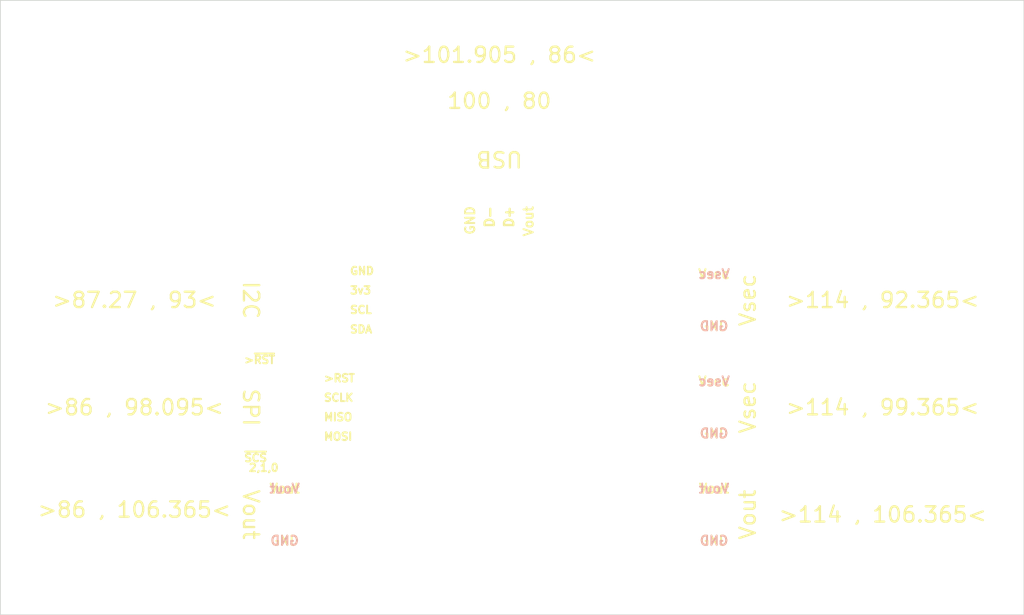
<source format=kicad_pcb>
(kicad_pcb (version 20211014) (generator pcbnew)

  (general
    (thickness 1.6)
  )

  (paper "A4")
  (title_block
    (title "Prototype Board")
    (rev "0.2.2")
    (company "The Nerd Mage")
  )

  (layers
    (0 "F.Cu" signal)
    (31 "B.Cu" signal)
    (32 "B.Adhes" user "B.Adhesive")
    (33 "F.Adhes" user "F.Adhesive")
    (34 "B.Paste" user)
    (35 "F.Paste" user)
    (36 "B.SilkS" user "B.Silkscreen")
    (37 "F.SilkS" user "F.Silkscreen")
    (38 "B.Mask" user)
    (39 "F.Mask" user)
    (40 "Dwgs.User" user "User.Drawings")
    (41 "Cmts.User" user "User.Comments")
    (42 "Eco1.User" user "User.Eco1")
    (43 "Eco2.User" user "User.Eco2")
    (44 "Edge.Cuts" user)
    (45 "Margin" user)
    (46 "B.CrtYd" user "B.Courtyard")
    (47 "F.CrtYd" user "F.Courtyard")
    (48 "B.Fab" user)
    (49 "F.Fab" user)
    (50 "User.1" user)
    (51 "User.2" user)
    (52 "User.3" user)
    (53 "User.4" user)
    (54 "User.5" user)
    (55 "User.6" user)
    (56 "User.7" user)
    (57 "User.8" user)
    (58 "User.9" user)
  )

  (setup
    (stackup
      (layer "F.SilkS" (type "Top Silk Screen"))
      (layer "F.Paste" (type "Top Solder Paste"))
      (layer "F.Mask" (type "Top Solder Mask") (thickness 0.01))
      (layer "F.Cu" (type "copper") (thickness 0.035))
      (layer "dielectric 1" (type "core") (thickness 1.51) (material "FR4") (epsilon_r 4.5) (loss_tangent 0.02))
      (layer "B.Cu" (type "copper") (thickness 0.035))
      (layer "B.Mask" (type "Bottom Solder Mask") (thickness 0.01))
      (layer "B.Paste" (type "Bottom Solder Paste"))
      (layer "B.SilkS" (type "Bottom Silk Screen"))
      (copper_finish "None")
      (dielectric_constraints no)
    )
    (pad_to_mask_clearance 0)
    (pcbplotparams
      (layerselection 0x0000030_7ffffffe)
      (disableapertmacros false)
      (usegerberextensions false)
      (usegerberattributes true)
      (usegerberadvancedattributes true)
      (creategerberjobfile true)
      (svguseinch false)
      (svgprecision 6)
      (excludeedgelayer true)
      (plotframeref false)
      (viasonmask false)
      (mode 1)
      (useauxorigin false)
      (hpglpennumber 1)
      (hpglpenspeed 20)
      (hpglpendiameter 15.000000)
      (dxfpolygonmode true)
      (dxfimperialunits false)
      (dxfusepcbnewfont true)
      (psnegative false)
      (psa4output false)
      (plotreference true)
      (plotvalue true)
      (plotinvisibletext false)
      (sketchpadsonfab false)
      (subtractmaskfromsilk false)
      (outputformat 3)
      (mirror false)
      (drillshape 0)
      (scaleselection 1)
      (outputdirectory "3D/")
    )
  )

  (net 0 "")

  (gr_rect (start 134.207779 73.438334) (end 67.461914 113.532407) (layer "Edge.Cuts") (width 0.05) (fill none) (tstamp 2c5762a5-9bf5-4275-9bc0-e95d41ee7de3))
  (gr_text "GND" (at 114 101.7) (layer "B.SilkS") (tstamp 1f68e5e2-8ba1-4b4f-9d5a-f982a9d777b8)
    (effects (font (size 0.6 0.6) (thickness 0.125)) (justify mirror))
  )
  (gr_text "GND" (at 86 108.7) (layer "B.SilkS") (tstamp 336fdec4-011f-4a5d-9880-b59ca6c00ef8)
    (effects (font (size 0.6 0.6) (thickness 0.125)) (justify mirror))
  )
  (gr_text "Vout" (at 114 105.3) (layer "B.SilkS") (tstamp 3d0e1247-b934-4fc0-ac1c-b8d027bf8b79)
    (effects (font (size 0.6 0.6) (thickness 0.125)) (justify mirror))
  )
  (gr_text "GND" (at 114 94.7) (layer "B.SilkS") (tstamp 3f6b8aa8-f864-4400-968b-2e61bcc11fb7)
    (effects (font (size 0.6 0.6) (thickness 0.125)) (justify mirror))
  )
  (gr_text "Vsec" (at 114 98.3) (layer "B.SilkS") (tstamp b69bab1f-c59b-42d8-8c79-e1efd30a18ac)
    (effects (font (size 0.6 0.6) (thickness 0.125)) (justify mirror))
  )
  (gr_text "Vsec" (at 114 91.3) (layer "B.SilkS") (tstamp be784c11-0fc2-424e-9539-1373835c9e6e)
    (effects (font (size 0.6 0.6) (thickness 0.125)) (justify mirror))
  )
  (gr_text "GND" (at 114 108.7) (layer "B.SilkS") (tstamp c5f3d40b-097b-4dec-93f4-61d4c9aeba45)
    (effects (font (size 0.6 0.6) (thickness 0.125)) (justify mirror))
  )
  (gr_text "Vout" (at 86 105.3) (layer "B.SilkS") (tstamp e3ef18db-7da8-4912-bbd8-804346761e1f)
    (effects (font (size 0.6 0.6) (thickness 0.125)) (justify mirror))
  )
  (gr_text "SDA" (at 90.2 94.905) (layer "F.SilkS") (tstamp 0589dacb-9e86-4946-9eda-e800d232ab9d)
    (effects (font (size 0.5 0.5) (thickness 0.125)) (justify left))
  )
  (gr_text "Vsec" (at 116.2 100 90) (layer "F.SilkS") (tstamp 08cb3f30-99c5-4ebc-b798-7216ef77c026)
    (effects (font (size 1 1) (thickness 0.15)))
  )
  (gr_text ">~{RST}" (at 83.3 96.9) (layer "F.SilkS") (tstamp 1458bcfa-8b69-4616-91a2-12a001d4738f)
    (effects (font (size 0.5 0.5) (thickness 0.125)) (justify left))
  )
  (gr_text "3v3" (at 90.2 92.365) (layer "F.SilkS") (tstamp 1b04dc55-2b95-490b-b581-9b4840cb374e)
    (effects (font (size 0.5 0.5) (thickness 0.125)) (justify left))
  )
  (gr_text "100 , 80" (at 100 80) (layer "F.SilkS") (tstamp 1cace597-819f-47b8-85c6-3df3f41bd627)
    (effects (font (size 1 1) (thickness 0.15)))
  )
  (gr_text "Vout" (at 114 105.3) (layer "F.SilkS") (tstamp 381449e8-2b03-492a-b592-75c965c25a97)
    (effects (font (size 0.6 0.6) (thickness 0.125)))
  )
  (gr_text "~{SCS}" (at 83.3 103.3) (layer "F.SilkS") (tstamp 41bed126-7534-46d5-8aec-350940f718bb)
    (effects (font (size 0.5 0.5) (thickness 0.125)) (justify left))
  )
  (gr_text ">86 , 98.095<" (at 76.2 100) (layer "F.SilkS") (tstamp 4695c3ce-277a-4513-897d-624dce528652)
    (effects (font (size 1 1) (thickness 0.15)))
  )
  (gr_text "GND" (at 114 94.7) (layer "F.SilkS") (tstamp 557f7a68-d02a-41da-af16-097002a5e50d)
    (effects (font (size 0.6 0.6) (thickness 0.125)))
  )
  (gr_text "GND" (at 90.2 91.095) (layer "F.SilkS") (tstamp 56141711-e67b-433e-8c41-dd13671e0361)
    (effects (font (size 0.5 0.5) (thickness 0.125)) (justify left))
  )
  (gr_text ">101.905 , 86<" (at 100 77) (layer "F.SilkS") (tstamp 5991b654-9816-465d-8037-266a73431899)
    (effects (font (size 1 1) (thickness 0.15)))
  )
  (gr_text ">114 , 106.365<" (at 125 107) (layer "F.SilkS") (tstamp 62a6648f-0e8e-4d80-9f03-47ddcc0bf27d)
    (effects (font (size 1 1) (thickness 0.15)))
  )
  (gr_text "D-" (at 99.365 86.8 90) (layer "F.SilkS") (tstamp 63945f94-55fc-47ee-8ab9-b676a16a5ad5)
    (effects (font (size 0.6 0.6) (thickness 0.15)) (justify right))
  )
  (gr_text "D+" (at 100.635 86.8 90) (layer "F.SilkS") (tstamp 7b6c651f-d22f-4968-b3ed-b5235d614bc7)
    (effects (font (size 0.6 0.6) (thickness 0.15)) (justify right))
  )
  (gr_text "GND" (at 114 101.7) (layer "F.SilkS") (tstamp 82861ff2-e164-4c24-82f0-e48095cdd0e1)
    (effects (font (size 0.6 0.6) (thickness 0.125)))
  )
  (gr_text "Vsec" (at 116.2 93 90) (layer "F.SilkS") (tstamp 83ecc421-634c-4611-a8ff-727bb9eaa737)
    (effects (font (size 1 1) (thickness 0.15)))
  )
  (gr_text "USB" (at 100 83.8 180) (layer "F.SilkS") (tstamp 84cc0089-020e-4e54-9165-10f9338cf969)
    (effects (font (size 1 1) (thickness 0.15)))
  )
  (gr_text "SCLK" (at 88.5 99.365) (layer "F.SilkS") (tstamp 84fcf587-9ccd-426c-ba7f-64a6f9513577)
    (effects (font (size 0.5 0.5) (thickness 0.125)) (justify left))
  )
  (gr_text ">RST" (at 88.5 98.095) (layer "F.SilkS") (tstamp 888e07e6-aa11-43fd-a613-84b9b03e4ad4)
    (effects (font (size 0.5 0.5) (thickness 0.125)) (justify left))
  )
  (gr_text "SPI" (at 83.8 100 -90) (layer "F.SilkS") (tstamp 90d2cf5d-c131-4f38-8df8-e412b1d0acdc)
    (effects (font (size 1 1) (thickness 0.15)))
  )
  (gr_text "Vout" (at 116.2 107 90) (layer "F.SilkS") (tstamp 91961fba-6953-4a10-abd1-f7d59f92cca0)
    (effects (font (size 1 1) (thickness 0.15)))
  )
  (gr_text "GND" (at 98.095 86.8 90) (layer "F.SilkS") (tstamp 9252afe3-5edf-4276-96a7-2b761ab2ddf2)
    (effects (font (size 0.6 0.6) (thickness 0.125)) (justify right))
  )
  (gr_text "SCL" (at 90.2 93.635) (layer "F.SilkS") (tstamp 95f3ea8d-219d-46c6-a438-fc03210b4d5e)
    (effects (font (size 0.5 0.5) (thickness 0.125)) (justify left))
  )
  (gr_text ">114 , 92.365<" (at 125 93) (layer "F.SilkS") (tstamp 96760cce-1bce-4307-8ab3-07f9ba3870e0)
    (effects (font (size 1 1) (thickness 0.15)))
  )
  (gr_text "GND" (at 114 108.7) (layer "F.SilkS") (tstamp 9817accc-4f98-4026-8b23-eac54b16cf3d)
    (effects (font (size 0.6 0.6) (thickness 0.125)))
  )
  (gr_text ">86 , 106.365<" (at 76.2 106.68) (layer "F.SilkS") (tstamp 9f0014c6-1dfe-4d85-af5a-4634d7cb6efd)
    (effects (font (size 1 1) (thickness 0.15)))
  )
  (gr_text "I2C" (at 83.8 93 -90) (layer "F.SilkS") (tstamp aa63c27f-01bb-4975-af07-7780f8069e2f)
    (effects (font (size 1 1) (thickness 0.15)))
  )
  (gr_text "MISO" (at 88.5 100.635) (layer "F.SilkS") (tstamp ab3f9821-68fc-4e2c-925b-d2b9e96d009c)
    (effects (font (size 0.5 0.5) (thickness 0.125)) (justify left))
  )
  (gr_text "MOSI" (at 88.5 101.905) (layer "F.SilkS") (tstamp c141e730-ce8c-4f63-b5b5-db458b578843)
    (effects (font (size 0.5 0.5) (thickness 0.125)) (justify left))
  )
  (gr_text "GND" (at 86 108.7) (layer "F.SilkS") (tstamp c34bd744-295e-4dab-82e5-22edb54d6411)
    (effects (font (size 0.6 0.6) (thickness 0.125)))
  )
  (gr_text "Vout" (at 101.905 86.8 90) (layer "F.SilkS") (tstamp c918a120-2473-41e8-bbb0-51dafbbbe2cf)
    (effects (font (size 0.6 0.6) (thickness 0.125)) (justify right))
  )
  (gr_text "2,1,0" (at 83.6 103.94) (layer "F.SilkS") (tstamp c9f99d57-5053-4cf4-b3bc-1352d03d8d62)
    (effects (font (size 0.5 0.5) (thickness 0.125)) (justify left))
  )
  (gr_text "Vout" (at 83.8 107 -90) (layer "F.SilkS") (tstamp cd4d524d-95cf-41f0-82bc-ecd9128e7964)
    (effects (font (size 1 1) (thickness 0.15)))
  )
  (gr_text "Vsec" (at 114 98.3) (layer "F.SilkS") (tstamp d146e538-3eb6-42b2-aef1-e1196db2b603)
    (effects (font (size 0.6 0.6) (thickness 0.125)))
  )
  (gr_text ">87.27 , 93<" (at 76.2 93) (layer "F.SilkS") (tstamp d17b8066-74b9-4a43-b66d-f24ff49c7670)
    (effects (font (size 1 1) (thickness 0.15)))
  )
  (gr_text "Vout" (at 86 105.3) (layer "F.SilkS") (tstamp d51a7d03-d330-49a1-81b9-afda4d0c72b7)
    (effects (font (size 0.6 0.6) (thickness 0.125)))
  )
  (gr_text "Vsec" (at 114 91.3) (layer "F.SilkS") (tstamp d92db815-ab42-48f8-bd74-ac6e37adce8b)
    (effects (font (size 0.6 0.6) (thickness 0.125)))
  )
  (gr_text ">114 , 99.365<" (at 125 100) (layer "F.SilkS") (tstamp ea8ce829-d821-4e50-afe1-ceed5a42d1da)
    (effects (font (size 1 1) (thickness 0.15)))
  )

)

</source>
